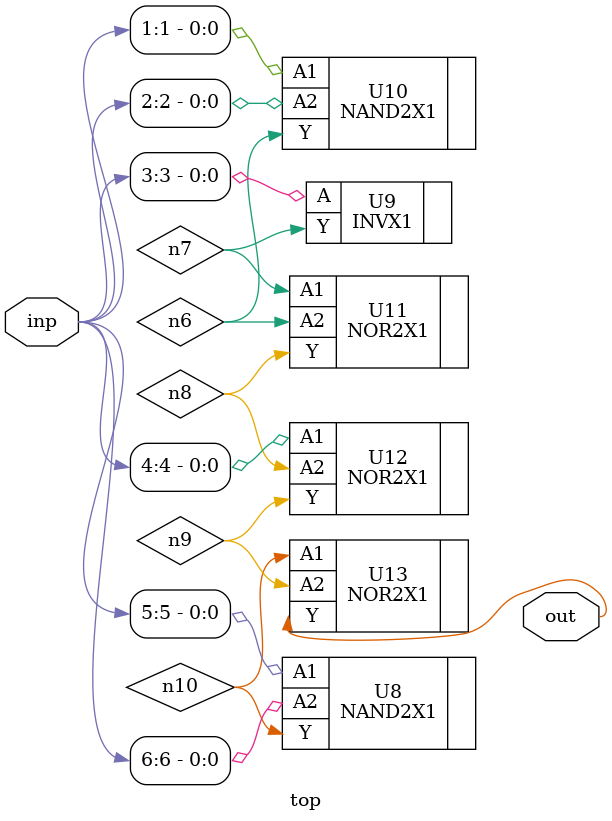
<source format=sv>


module top ( inp, out );
  input [6:0] inp;
  output out;
  wire   n6, n7, n8, n9, n10;

  NAND2X1 U8 ( .A1(inp[5]), .A2(inp[6]), .Y(n10) );
  INVX1 U9 ( .A(inp[3]), .Y(n7) );
  NAND2X1 U10 ( .A1(inp[1]), .A2(inp[2]), .Y(n6) );
  NOR2X1 U11 ( .A1(n7), .A2(n6), .Y(n8) );
  NOR2X1 U12 ( .A1(inp[4]), .A2(n8), .Y(n9) );
  NOR2X1 U13 ( .A1(n10), .A2(n9), .Y(out) );
endmodule


</source>
